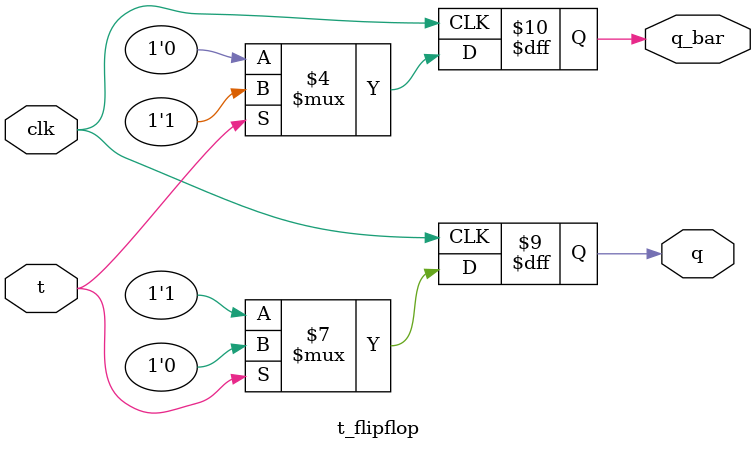
<source format=v>
`timescale 1ns / 1ps
module t_flipflop(
                  input t,clk,
                  output reg q,q_bar);

always@(posedge clk)
begin
    if(t==0)
    begin
    q= 1'b1;
    q_bar= 1'b0;
    end
    else
    begin
    q= 1'b0;
    q_bar= 1'b1;
    end
end
endmodule
</source>
